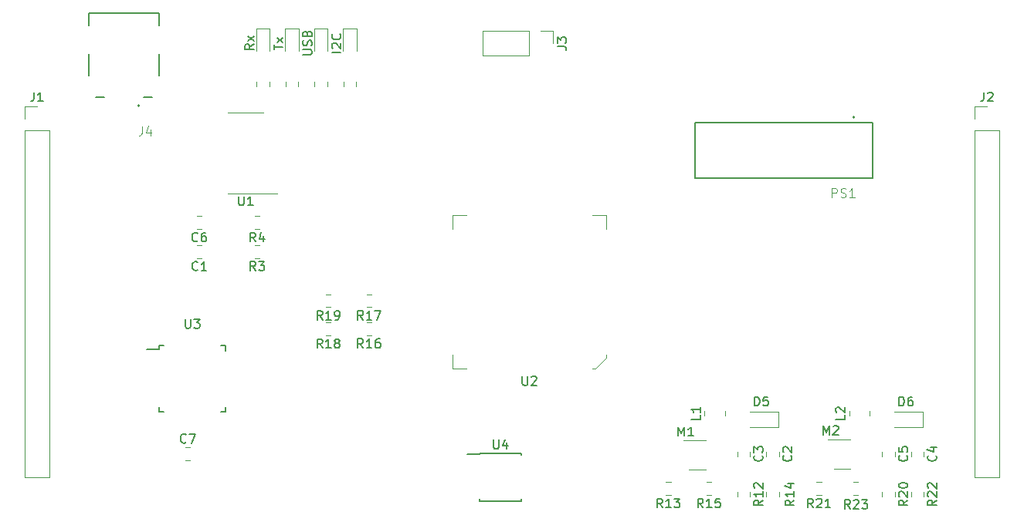
<source format=gbr>
%TF.GenerationSoftware,KiCad,Pcbnew,(5.1.7-0-10_14)*%
%TF.CreationDate,2021-01-27T15:42:45+08:00*%
%TF.ProjectId,BreadControl,42726561-6443-46f6-9e74-726f6c2e6b69,rev?*%
%TF.SameCoordinates,Original*%
%TF.FileFunction,Legend,Top*%
%TF.FilePolarity,Positive*%
%FSLAX46Y46*%
G04 Gerber Fmt 4.6, Leading zero omitted, Abs format (unit mm)*
G04 Created by KiCad (PCBNEW (5.1.7-0-10_14)) date 2021-01-27 15:42:45*
%MOMM*%
%LPD*%
G01*
G04 APERTURE LIST*
%ADD10C,0.200000*%
%ADD11C,0.127000*%
%ADD12C,0.150000*%
%ADD13C,0.120000*%
%ADD14C,0.015000*%
G04 APERTURE END LIST*
D10*
%TO.C,J4*%
X49325000Y-37320000D02*
G75*
G03*
X49325000Y-37320000I-100000J0D01*
G01*
D11*
X43775000Y-27170000D02*
X51475000Y-27170000D01*
X43775000Y-28550000D02*
X43775000Y-27170000D01*
X43775000Y-34000000D02*
X43775000Y-31690000D01*
X45455000Y-36370000D02*
X44495000Y-36370000D01*
X50755000Y-36370000D02*
X49795000Y-36370000D01*
X51475000Y-31690000D02*
X51475000Y-34000000D01*
X51475000Y-27170000D02*
X51475000Y-28550000D01*
D12*
%TO.C,U4*%
X86575000Y-75605000D02*
X85225000Y-75605000D01*
X86575000Y-80730000D02*
X91225000Y-80730000D01*
X86575000Y-75480000D02*
X91225000Y-75480000D01*
X86575000Y-80730000D02*
X86575000Y-80505000D01*
X91225000Y-80730000D02*
X91225000Y-80505000D01*
X91225000Y-75480000D02*
X91225000Y-75705000D01*
X86575000Y-75480000D02*
X86575000Y-75605000D01*
%TO.C,U3*%
X51493000Y-64110000D02*
X50118000Y-64110000D01*
X58743000Y-63685000D02*
X58218000Y-63685000D01*
X58743000Y-70935000D02*
X58218000Y-70935000D01*
X51493000Y-70935000D02*
X52018000Y-70935000D01*
X51493000Y-63685000D02*
X52018000Y-63685000D01*
X51493000Y-70935000D02*
X51493000Y-70410000D01*
X58743000Y-70935000D02*
X58743000Y-70410000D01*
X58743000Y-63685000D02*
X58743000Y-64210000D01*
X51493000Y-63685000D02*
X51493000Y-64110000D01*
D13*
%TO.C,U2*%
X100478100Y-65012882D02*
X100478100Y-64695000D01*
X99302882Y-66188100D02*
X100478100Y-65012882D01*
X98985000Y-66188100D02*
X99302882Y-66188100D01*
X83671900Y-49381900D02*
X83671900Y-50875000D01*
X85165000Y-49381900D02*
X83671900Y-49381900D01*
X100478100Y-49381900D02*
X100478100Y-50875000D01*
X98985000Y-49381900D02*
X100478100Y-49381900D01*
X83671900Y-66188100D02*
X83671900Y-64695000D01*
X85165000Y-66188100D02*
X83671900Y-66188100D01*
%TO.C,U1*%
X60960000Y-46980000D02*
X64410000Y-46980000D01*
X60960000Y-46980000D02*
X59010000Y-46980000D01*
X60960000Y-38110000D02*
X62910000Y-38110000D01*
X60960000Y-38110000D02*
X59010000Y-38110000D01*
%TO.C,R23*%
X127618748Y-80085000D02*
X128141252Y-80085000D01*
X127618748Y-78665000D02*
X128141252Y-78665000D01*
%TO.C,R22*%
X135330000Y-80271252D02*
X135330000Y-79748748D01*
X133910000Y-80271252D02*
X133910000Y-79748748D01*
%TO.C,R21*%
X123563748Y-80085000D02*
X124086252Y-80085000D01*
X123563748Y-78665000D02*
X124086252Y-78665000D01*
%TO.C,R20*%
X130735000Y-79748748D02*
X130735000Y-80271252D01*
X132155000Y-79748748D02*
X132155000Y-80271252D01*
%TO.C,R19*%
X70291051Y-58030439D02*
X69768547Y-58030439D01*
X70291051Y-59450439D02*
X69768547Y-59450439D01*
%TO.C,R18*%
X70289052Y-61126300D02*
X69766548Y-61126300D01*
X70289052Y-62546300D02*
X69766548Y-62546300D01*
%TO.C,R17*%
X74746752Y-58027500D02*
X74224248Y-58027500D01*
X74746752Y-59447500D02*
X74224248Y-59447500D01*
%TO.C,R16*%
X74746752Y-61113600D02*
X74224248Y-61113600D01*
X74746752Y-62533600D02*
X74224248Y-62533600D01*
%TO.C,R15*%
X111498748Y-80085000D02*
X112021252Y-80085000D01*
X111498748Y-78665000D02*
X112021252Y-78665000D01*
%TO.C,R14*%
X119455000Y-80271252D02*
X119455000Y-79748748D01*
X118035000Y-80271252D02*
X118035000Y-79748748D01*
%TO.C,R13*%
X107053748Y-80085000D02*
X107576252Y-80085000D01*
X107053748Y-78665000D02*
X107576252Y-78665000D01*
%TO.C,R12*%
X114860000Y-79748748D02*
X114860000Y-80271252D01*
X116280000Y-79748748D02*
X116280000Y-80271252D01*
%TO.C,R11*%
X73100000Y-35186252D02*
X73100000Y-34663748D01*
X71680000Y-35186252D02*
X71680000Y-34663748D01*
%TO.C,C7*%
X54348748Y-76275000D02*
X54871252Y-76275000D01*
X54348748Y-74855000D02*
X54871252Y-74855000D01*
%TO.C,C6*%
X56141252Y-49455000D02*
X55618748Y-49455000D01*
X56141252Y-50875000D02*
X55618748Y-50875000D01*
%TO.C,R5*%
X69925000Y-35186252D02*
X69925000Y-34663748D01*
X68505000Y-35186252D02*
X68505000Y-34663748D01*
%TO.C,R4*%
X62491252Y-49455000D02*
X61968748Y-49455000D01*
X62491252Y-50875000D02*
X61968748Y-50875000D01*
%TO.C,R3*%
X62491252Y-52630000D02*
X61968748Y-52630000D01*
X62491252Y-54050000D02*
X61968748Y-54050000D01*
%TO.C,R2*%
X66750000Y-35186252D02*
X66750000Y-34663748D01*
X65330000Y-35186252D02*
X65330000Y-34663748D01*
%TO.C,R1*%
X63575000Y-35186252D02*
X63575000Y-34663748D01*
X62155000Y-35186252D02*
X62155000Y-34663748D01*
D11*
%TO.C,PS1*%
X110235000Y-45290000D02*
X129735000Y-45290000D01*
X110235000Y-39190000D02*
X110235000Y-45290000D01*
X129735000Y-39190000D02*
X110235000Y-39190000D01*
X129735000Y-45290000D02*
X129735000Y-39190000D01*
D10*
X127735000Y-38615000D02*
G75*
G03*
X127735000Y-38615000I-100000J0D01*
G01*
D13*
%TO.C,M2*%
X127265000Y-73955000D02*
X124815000Y-73955000D01*
X125465000Y-77175000D02*
X127265000Y-77175000D01*
%TO.C,M1*%
X111390000Y-74082000D02*
X108940000Y-74082000D01*
X109590000Y-77302000D02*
X111390000Y-77302000D01*
%TO.C,L2*%
X129380000Y-71381252D02*
X129380000Y-70858748D01*
X127160000Y-71381252D02*
X127160000Y-70858748D01*
%TO.C,L1*%
X113505000Y-71381252D02*
X113505000Y-70858748D01*
X111285000Y-71381252D02*
X111285000Y-70858748D01*
%TO.C,J3*%
X94675000Y-29150000D02*
X94675000Y-30480000D01*
X93345000Y-29150000D02*
X94675000Y-29150000D01*
X92075000Y-29150000D02*
X92075000Y-31810000D01*
X92075000Y-31810000D02*
X86935000Y-31810000D01*
X92075000Y-29150000D02*
X86935000Y-29150000D01*
X86935000Y-29150000D02*
X86935000Y-31810000D01*
%TO.C,J2*%
X140910000Y-37405000D02*
X142240000Y-37405000D01*
X140910000Y-38735000D02*
X140910000Y-37405000D01*
X140910000Y-40005000D02*
X143570000Y-40005000D01*
X143570000Y-40005000D02*
X143570000Y-78165000D01*
X140910000Y-40005000D02*
X140910000Y-78165000D01*
X140910000Y-78165000D02*
X143570000Y-78165000D01*
%TO.C,J1*%
X36770000Y-37405000D02*
X38100000Y-37405000D01*
X36770000Y-38735000D02*
X36770000Y-37405000D01*
X36770000Y-40005000D02*
X39430000Y-40005000D01*
X39430000Y-40005000D02*
X39430000Y-78165000D01*
X36770000Y-40005000D02*
X36770000Y-78165000D01*
X36770000Y-78165000D02*
X39430000Y-78165000D01*
%TO.C,D6*%
X135250000Y-72605000D02*
X132100000Y-72605000D01*
X135250000Y-70905000D02*
X132100000Y-70905000D01*
X135250000Y-72605000D02*
X135250000Y-70905000D01*
%TO.C,D5*%
X119375000Y-72605000D02*
X116225000Y-72605000D01*
X119375000Y-70905000D02*
X116225000Y-70905000D01*
X119375000Y-72605000D02*
X119375000Y-70905000D01*
%TO.C,D4*%
X71655000Y-28820000D02*
X71655000Y-31280000D01*
X73125000Y-28820000D02*
X71655000Y-28820000D01*
X73125000Y-31280000D02*
X73125000Y-28820000D01*
%TO.C,D3*%
X68480000Y-28820000D02*
X68480000Y-31280000D01*
X69950000Y-28820000D02*
X68480000Y-28820000D01*
X69950000Y-31280000D02*
X69950000Y-28820000D01*
%TO.C,D2*%
X65305000Y-28820000D02*
X65305000Y-31280000D01*
X66775000Y-28820000D02*
X65305000Y-28820000D01*
X66775000Y-31280000D02*
X66775000Y-28820000D01*
%TO.C,D1*%
X62130000Y-28820000D02*
X62130000Y-31280000D01*
X63600000Y-28820000D02*
X62130000Y-28820000D01*
X63600000Y-31280000D02*
X63600000Y-28820000D01*
%TO.C,C5*%
X130735000Y-75303748D02*
X130735000Y-75826252D01*
X132155000Y-75303748D02*
X132155000Y-75826252D01*
%TO.C,C4*%
X133910000Y-75303748D02*
X133910000Y-75826252D01*
X135330000Y-75303748D02*
X135330000Y-75826252D01*
%TO.C,C3*%
X114860000Y-75303748D02*
X114860000Y-75826252D01*
X116280000Y-75303748D02*
X116280000Y-75826252D01*
%TO.C,C2*%
X118035000Y-75303748D02*
X118035000Y-75826252D01*
X119455000Y-75303748D02*
X119455000Y-75826252D01*
%TO.C,C1*%
X56141252Y-52630000D02*
X55618748Y-52630000D01*
X56141252Y-54050000D02*
X55618748Y-54050000D01*
%TO.C,J4*%
D14*
X49616666Y-39607380D02*
X49616666Y-40321666D01*
X49569047Y-40464523D01*
X49473809Y-40559761D01*
X49330952Y-40607380D01*
X49235714Y-40607380D01*
X50521428Y-39940714D02*
X50521428Y-40607380D01*
X50283333Y-39559761D02*
X50045238Y-40274047D01*
X50664285Y-40274047D01*
%TO.C,U4*%
D12*
X88138095Y-74007380D02*
X88138095Y-74816904D01*
X88185714Y-74912142D01*
X88233333Y-74959761D01*
X88328571Y-75007380D01*
X88519047Y-75007380D01*
X88614285Y-74959761D01*
X88661904Y-74912142D01*
X88709523Y-74816904D01*
X88709523Y-74007380D01*
X89614285Y-74340714D02*
X89614285Y-75007380D01*
X89376190Y-73959761D02*
X89138095Y-74674047D01*
X89757142Y-74674047D01*
%TO.C,U3*%
X54356095Y-60762380D02*
X54356095Y-61571904D01*
X54403714Y-61667142D01*
X54451333Y-61714761D01*
X54546571Y-61762380D01*
X54737047Y-61762380D01*
X54832285Y-61714761D01*
X54879904Y-61667142D01*
X54927523Y-61571904D01*
X54927523Y-60762380D01*
X55308476Y-60762380D02*
X55927523Y-60762380D01*
X55594190Y-61143333D01*
X55737047Y-61143333D01*
X55832285Y-61190952D01*
X55879904Y-61238571D01*
X55927523Y-61333809D01*
X55927523Y-61571904D01*
X55879904Y-61667142D01*
X55832285Y-61714761D01*
X55737047Y-61762380D01*
X55451333Y-61762380D01*
X55356095Y-61714761D01*
X55308476Y-61667142D01*
%TO.C,U2*%
X91313095Y-67037380D02*
X91313095Y-67846904D01*
X91360714Y-67942142D01*
X91408333Y-67989761D01*
X91503571Y-68037380D01*
X91694047Y-68037380D01*
X91789285Y-67989761D01*
X91836904Y-67942142D01*
X91884523Y-67846904D01*
X91884523Y-67037380D01*
X92313095Y-67132619D02*
X92360714Y-67085000D01*
X92455952Y-67037380D01*
X92694047Y-67037380D01*
X92789285Y-67085000D01*
X92836904Y-67132619D01*
X92884523Y-67227857D01*
X92884523Y-67323095D01*
X92836904Y-67465952D01*
X92265476Y-68037380D01*
X92884523Y-68037380D01*
%TO.C,U1*%
X60198095Y-47277380D02*
X60198095Y-48086904D01*
X60245714Y-48182142D01*
X60293333Y-48229761D01*
X60388571Y-48277380D01*
X60579047Y-48277380D01*
X60674285Y-48229761D01*
X60721904Y-48182142D01*
X60769523Y-48086904D01*
X60769523Y-47277380D01*
X61769523Y-48277380D02*
X61198095Y-48277380D01*
X61483809Y-48277380D02*
X61483809Y-47277380D01*
X61388571Y-47420238D01*
X61293333Y-47515476D01*
X61198095Y-47563095D01*
%TO.C,R23*%
X127237142Y-81605380D02*
X126903809Y-81129190D01*
X126665714Y-81605380D02*
X126665714Y-80605380D01*
X127046666Y-80605380D01*
X127141904Y-80653000D01*
X127189523Y-80700619D01*
X127237142Y-80795857D01*
X127237142Y-80938714D01*
X127189523Y-81033952D01*
X127141904Y-81081571D01*
X127046666Y-81129190D01*
X126665714Y-81129190D01*
X127618095Y-80700619D02*
X127665714Y-80653000D01*
X127760952Y-80605380D01*
X127999047Y-80605380D01*
X128094285Y-80653000D01*
X128141904Y-80700619D01*
X128189523Y-80795857D01*
X128189523Y-80891095D01*
X128141904Y-81033952D01*
X127570476Y-81605380D01*
X128189523Y-81605380D01*
X128522857Y-80605380D02*
X129141904Y-80605380D01*
X128808571Y-80986333D01*
X128951428Y-80986333D01*
X129046666Y-81033952D01*
X129094285Y-81081571D01*
X129141904Y-81176809D01*
X129141904Y-81414904D01*
X129094285Y-81510142D01*
X129046666Y-81557761D01*
X128951428Y-81605380D01*
X128665714Y-81605380D01*
X128570476Y-81557761D01*
X128522857Y-81510142D01*
%TO.C,R22*%
X136723380Y-80652857D02*
X136247190Y-80986190D01*
X136723380Y-81224285D02*
X135723380Y-81224285D01*
X135723380Y-80843333D01*
X135771000Y-80748095D01*
X135818619Y-80700476D01*
X135913857Y-80652857D01*
X136056714Y-80652857D01*
X136151952Y-80700476D01*
X136199571Y-80748095D01*
X136247190Y-80843333D01*
X136247190Y-81224285D01*
X135818619Y-80271904D02*
X135771000Y-80224285D01*
X135723380Y-80129047D01*
X135723380Y-79890952D01*
X135771000Y-79795714D01*
X135818619Y-79748095D01*
X135913857Y-79700476D01*
X136009095Y-79700476D01*
X136151952Y-79748095D01*
X136723380Y-80319523D01*
X136723380Y-79700476D01*
X135818619Y-79319523D02*
X135771000Y-79271904D01*
X135723380Y-79176666D01*
X135723380Y-78938571D01*
X135771000Y-78843333D01*
X135818619Y-78795714D01*
X135913857Y-78748095D01*
X136009095Y-78748095D01*
X136151952Y-78795714D01*
X136723380Y-79367142D01*
X136723380Y-78748095D01*
%TO.C,R21*%
X123182142Y-81478380D02*
X122848809Y-81002190D01*
X122610714Y-81478380D02*
X122610714Y-80478380D01*
X122991666Y-80478380D01*
X123086904Y-80526000D01*
X123134523Y-80573619D01*
X123182142Y-80668857D01*
X123182142Y-80811714D01*
X123134523Y-80906952D01*
X123086904Y-80954571D01*
X122991666Y-81002190D01*
X122610714Y-81002190D01*
X123563095Y-80573619D02*
X123610714Y-80526000D01*
X123705952Y-80478380D01*
X123944047Y-80478380D01*
X124039285Y-80526000D01*
X124086904Y-80573619D01*
X124134523Y-80668857D01*
X124134523Y-80764095D01*
X124086904Y-80906952D01*
X123515476Y-81478380D01*
X124134523Y-81478380D01*
X125086904Y-81478380D02*
X124515476Y-81478380D01*
X124801190Y-81478380D02*
X124801190Y-80478380D01*
X124705952Y-80621238D01*
X124610714Y-80716476D01*
X124515476Y-80764095D01*
%TO.C,R20*%
X133547380Y-80652857D02*
X133071190Y-80986190D01*
X133547380Y-81224285D02*
X132547380Y-81224285D01*
X132547380Y-80843333D01*
X132595000Y-80748095D01*
X132642619Y-80700476D01*
X132737857Y-80652857D01*
X132880714Y-80652857D01*
X132975952Y-80700476D01*
X133023571Y-80748095D01*
X133071190Y-80843333D01*
X133071190Y-81224285D01*
X132642619Y-80271904D02*
X132595000Y-80224285D01*
X132547380Y-80129047D01*
X132547380Y-79890952D01*
X132595000Y-79795714D01*
X132642619Y-79748095D01*
X132737857Y-79700476D01*
X132833095Y-79700476D01*
X132975952Y-79748095D01*
X133547380Y-80319523D01*
X133547380Y-79700476D01*
X132547380Y-79081428D02*
X132547380Y-78986190D01*
X132595000Y-78890952D01*
X132642619Y-78843333D01*
X132737857Y-78795714D01*
X132928333Y-78748095D01*
X133166428Y-78748095D01*
X133356904Y-78795714D01*
X133452142Y-78843333D01*
X133499761Y-78890952D01*
X133547380Y-78986190D01*
X133547380Y-79081428D01*
X133499761Y-79176666D01*
X133452142Y-79224285D01*
X133356904Y-79271904D01*
X133166428Y-79319523D01*
X132928333Y-79319523D01*
X132737857Y-79271904D01*
X132642619Y-79224285D01*
X132595000Y-79176666D01*
X132547380Y-79081428D01*
%TO.C,R19*%
X69386941Y-60842819D02*
X69053608Y-60366629D01*
X68815513Y-60842819D02*
X68815513Y-59842819D01*
X69196465Y-59842819D01*
X69291703Y-59890439D01*
X69339322Y-59938058D01*
X69386941Y-60033296D01*
X69386941Y-60176153D01*
X69339322Y-60271391D01*
X69291703Y-60319010D01*
X69196465Y-60366629D01*
X68815513Y-60366629D01*
X70339322Y-60842819D02*
X69767894Y-60842819D01*
X70053608Y-60842819D02*
X70053608Y-59842819D01*
X69958370Y-59985677D01*
X69863132Y-60080915D01*
X69767894Y-60128534D01*
X70815513Y-60842819D02*
X71005989Y-60842819D01*
X71101227Y-60795200D01*
X71148846Y-60747581D01*
X71244084Y-60604724D01*
X71291703Y-60414248D01*
X71291703Y-60033296D01*
X71244084Y-59938058D01*
X71196465Y-59890439D01*
X71101227Y-59842819D01*
X70910751Y-59842819D01*
X70815513Y-59890439D01*
X70767894Y-59938058D01*
X70720275Y-60033296D01*
X70720275Y-60271391D01*
X70767894Y-60366629D01*
X70815513Y-60414248D01*
X70910751Y-60461867D01*
X71101227Y-60461867D01*
X71196465Y-60414248D01*
X71244084Y-60366629D01*
X71291703Y-60271391D01*
%TO.C,R18*%
X69384942Y-63938680D02*
X69051609Y-63462490D01*
X68813514Y-63938680D02*
X68813514Y-62938680D01*
X69194466Y-62938680D01*
X69289704Y-62986300D01*
X69337323Y-63033919D01*
X69384942Y-63129157D01*
X69384942Y-63272014D01*
X69337323Y-63367252D01*
X69289704Y-63414871D01*
X69194466Y-63462490D01*
X68813514Y-63462490D01*
X70337323Y-63938680D02*
X69765895Y-63938680D01*
X70051609Y-63938680D02*
X70051609Y-62938680D01*
X69956371Y-63081538D01*
X69861133Y-63176776D01*
X69765895Y-63224395D01*
X70908752Y-63367252D02*
X70813514Y-63319633D01*
X70765895Y-63272014D01*
X70718276Y-63176776D01*
X70718276Y-63129157D01*
X70765895Y-63033919D01*
X70813514Y-62986300D01*
X70908752Y-62938680D01*
X71099228Y-62938680D01*
X71194466Y-62986300D01*
X71242085Y-63033919D01*
X71289704Y-63129157D01*
X71289704Y-63176776D01*
X71242085Y-63272014D01*
X71194466Y-63319633D01*
X71099228Y-63367252D01*
X70908752Y-63367252D01*
X70813514Y-63414871D01*
X70765895Y-63462490D01*
X70718276Y-63557728D01*
X70718276Y-63748204D01*
X70765895Y-63843442D01*
X70813514Y-63891061D01*
X70908752Y-63938680D01*
X71099228Y-63938680D01*
X71194466Y-63891061D01*
X71242085Y-63843442D01*
X71289704Y-63748204D01*
X71289704Y-63557728D01*
X71242085Y-63462490D01*
X71194466Y-63414871D01*
X71099228Y-63367252D01*
%TO.C,R17*%
X73842642Y-60839880D02*
X73509309Y-60363690D01*
X73271214Y-60839880D02*
X73271214Y-59839880D01*
X73652166Y-59839880D01*
X73747404Y-59887500D01*
X73795023Y-59935119D01*
X73842642Y-60030357D01*
X73842642Y-60173214D01*
X73795023Y-60268452D01*
X73747404Y-60316071D01*
X73652166Y-60363690D01*
X73271214Y-60363690D01*
X74795023Y-60839880D02*
X74223595Y-60839880D01*
X74509309Y-60839880D02*
X74509309Y-59839880D01*
X74414071Y-59982738D01*
X74318833Y-60077976D01*
X74223595Y-60125595D01*
X75128357Y-59839880D02*
X75795023Y-59839880D01*
X75366452Y-60839880D01*
%TO.C,R16*%
X73842642Y-63925980D02*
X73509309Y-63449790D01*
X73271214Y-63925980D02*
X73271214Y-62925980D01*
X73652166Y-62925980D01*
X73747404Y-62973600D01*
X73795023Y-63021219D01*
X73842642Y-63116457D01*
X73842642Y-63259314D01*
X73795023Y-63354552D01*
X73747404Y-63402171D01*
X73652166Y-63449790D01*
X73271214Y-63449790D01*
X74795023Y-63925980D02*
X74223595Y-63925980D01*
X74509309Y-63925980D02*
X74509309Y-62925980D01*
X74414071Y-63068838D01*
X74318833Y-63164076D01*
X74223595Y-63211695D01*
X75652166Y-62925980D02*
X75461690Y-62925980D01*
X75366452Y-62973600D01*
X75318833Y-63021219D01*
X75223595Y-63164076D01*
X75175976Y-63354552D01*
X75175976Y-63735504D01*
X75223595Y-63830742D01*
X75271214Y-63878361D01*
X75366452Y-63925980D01*
X75556928Y-63925980D01*
X75652166Y-63878361D01*
X75699785Y-63830742D01*
X75747404Y-63735504D01*
X75747404Y-63497409D01*
X75699785Y-63402171D01*
X75652166Y-63354552D01*
X75556928Y-63306933D01*
X75366452Y-63306933D01*
X75271214Y-63354552D01*
X75223595Y-63402171D01*
X75175976Y-63497409D01*
%TO.C,R15*%
X111117142Y-81478380D02*
X110783809Y-81002190D01*
X110545714Y-81478380D02*
X110545714Y-80478380D01*
X110926666Y-80478380D01*
X111021904Y-80526000D01*
X111069523Y-80573619D01*
X111117142Y-80668857D01*
X111117142Y-80811714D01*
X111069523Y-80906952D01*
X111021904Y-80954571D01*
X110926666Y-81002190D01*
X110545714Y-81002190D01*
X112069523Y-81478380D02*
X111498095Y-81478380D01*
X111783809Y-81478380D02*
X111783809Y-80478380D01*
X111688571Y-80621238D01*
X111593333Y-80716476D01*
X111498095Y-80764095D01*
X112974285Y-80478380D02*
X112498095Y-80478380D01*
X112450476Y-80954571D01*
X112498095Y-80906952D01*
X112593333Y-80859333D01*
X112831428Y-80859333D01*
X112926666Y-80906952D01*
X112974285Y-80954571D01*
X113021904Y-81049809D01*
X113021904Y-81287904D01*
X112974285Y-81383142D01*
X112926666Y-81430761D01*
X112831428Y-81478380D01*
X112593333Y-81478380D01*
X112498095Y-81430761D01*
X112450476Y-81383142D01*
%TO.C,R14*%
X121102380Y-80652857D02*
X120626190Y-80986190D01*
X121102380Y-81224285D02*
X120102380Y-81224285D01*
X120102380Y-80843333D01*
X120150000Y-80748095D01*
X120197619Y-80700476D01*
X120292857Y-80652857D01*
X120435714Y-80652857D01*
X120530952Y-80700476D01*
X120578571Y-80748095D01*
X120626190Y-80843333D01*
X120626190Y-81224285D01*
X121102380Y-79700476D02*
X121102380Y-80271904D01*
X121102380Y-79986190D02*
X120102380Y-79986190D01*
X120245238Y-80081428D01*
X120340476Y-80176666D01*
X120388095Y-80271904D01*
X120435714Y-78843333D02*
X121102380Y-78843333D01*
X120054761Y-79081428D02*
X120769047Y-79319523D01*
X120769047Y-78700476D01*
%TO.C,R13*%
X106672142Y-81478380D02*
X106338809Y-81002190D01*
X106100714Y-81478380D02*
X106100714Y-80478380D01*
X106481666Y-80478380D01*
X106576904Y-80526000D01*
X106624523Y-80573619D01*
X106672142Y-80668857D01*
X106672142Y-80811714D01*
X106624523Y-80906952D01*
X106576904Y-80954571D01*
X106481666Y-81002190D01*
X106100714Y-81002190D01*
X107624523Y-81478380D02*
X107053095Y-81478380D01*
X107338809Y-81478380D02*
X107338809Y-80478380D01*
X107243571Y-80621238D01*
X107148333Y-80716476D01*
X107053095Y-80764095D01*
X107957857Y-80478380D02*
X108576904Y-80478380D01*
X108243571Y-80859333D01*
X108386428Y-80859333D01*
X108481666Y-80906952D01*
X108529285Y-80954571D01*
X108576904Y-81049809D01*
X108576904Y-81287904D01*
X108529285Y-81383142D01*
X108481666Y-81430761D01*
X108386428Y-81478380D01*
X108100714Y-81478380D01*
X108005476Y-81430761D01*
X107957857Y-81383142D01*
%TO.C,R12*%
X117672380Y-80652857D02*
X117196190Y-80986190D01*
X117672380Y-81224285D02*
X116672380Y-81224285D01*
X116672380Y-80843333D01*
X116720000Y-80748095D01*
X116767619Y-80700476D01*
X116862857Y-80652857D01*
X117005714Y-80652857D01*
X117100952Y-80700476D01*
X117148571Y-80748095D01*
X117196190Y-80843333D01*
X117196190Y-81224285D01*
X117672380Y-79700476D02*
X117672380Y-80271904D01*
X117672380Y-79986190D02*
X116672380Y-79986190D01*
X116815238Y-80081428D01*
X116910476Y-80176666D01*
X116958095Y-80271904D01*
X116767619Y-79319523D02*
X116720000Y-79271904D01*
X116672380Y-79176666D01*
X116672380Y-78938571D01*
X116720000Y-78843333D01*
X116767619Y-78795714D01*
X116862857Y-78748095D01*
X116958095Y-78748095D01*
X117100952Y-78795714D01*
X117672380Y-79367142D01*
X117672380Y-78748095D01*
%TO.C,C7*%
X54443333Y-74272142D02*
X54395714Y-74319761D01*
X54252857Y-74367380D01*
X54157619Y-74367380D01*
X54014761Y-74319761D01*
X53919523Y-74224523D01*
X53871904Y-74129285D01*
X53824285Y-73938809D01*
X53824285Y-73795952D01*
X53871904Y-73605476D01*
X53919523Y-73510238D01*
X54014761Y-73415000D01*
X54157619Y-73367380D01*
X54252857Y-73367380D01*
X54395714Y-73415000D01*
X54443333Y-73462619D01*
X54776666Y-73367380D02*
X55443333Y-73367380D01*
X55014761Y-74367380D01*
%TO.C,C6*%
X55713333Y-52172142D02*
X55665714Y-52219761D01*
X55522857Y-52267380D01*
X55427619Y-52267380D01*
X55284761Y-52219761D01*
X55189523Y-52124523D01*
X55141904Y-52029285D01*
X55094285Y-51838809D01*
X55094285Y-51695952D01*
X55141904Y-51505476D01*
X55189523Y-51410238D01*
X55284761Y-51315000D01*
X55427619Y-51267380D01*
X55522857Y-51267380D01*
X55665714Y-51315000D01*
X55713333Y-51362619D01*
X56570476Y-51267380D02*
X56380000Y-51267380D01*
X56284761Y-51315000D01*
X56237142Y-51362619D01*
X56141904Y-51505476D01*
X56094285Y-51695952D01*
X56094285Y-52076904D01*
X56141904Y-52172142D01*
X56189523Y-52219761D01*
X56284761Y-52267380D01*
X56475238Y-52267380D01*
X56570476Y-52219761D01*
X56618095Y-52172142D01*
X56665714Y-52076904D01*
X56665714Y-51838809D01*
X56618095Y-51743571D01*
X56570476Y-51695952D01*
X56475238Y-51648333D01*
X56284761Y-51648333D01*
X56189523Y-51695952D01*
X56141904Y-51743571D01*
X56094285Y-51838809D01*
%TO.C,R4*%
X62063333Y-52267380D02*
X61730000Y-51791190D01*
X61491904Y-52267380D02*
X61491904Y-51267380D01*
X61872857Y-51267380D01*
X61968095Y-51315000D01*
X62015714Y-51362619D01*
X62063333Y-51457857D01*
X62063333Y-51600714D01*
X62015714Y-51695952D01*
X61968095Y-51743571D01*
X61872857Y-51791190D01*
X61491904Y-51791190D01*
X62920476Y-51600714D02*
X62920476Y-52267380D01*
X62682380Y-51219761D02*
X62444285Y-51934047D01*
X63063333Y-51934047D01*
%TO.C,R3*%
X62063333Y-55442380D02*
X61730000Y-54966190D01*
X61491904Y-55442380D02*
X61491904Y-54442380D01*
X61872857Y-54442380D01*
X61968095Y-54490000D01*
X62015714Y-54537619D01*
X62063333Y-54632857D01*
X62063333Y-54775714D01*
X62015714Y-54870952D01*
X61968095Y-54918571D01*
X61872857Y-54966190D01*
X61491904Y-54966190D01*
X62396666Y-54442380D02*
X63015714Y-54442380D01*
X62682380Y-54823333D01*
X62825238Y-54823333D01*
X62920476Y-54870952D01*
X62968095Y-54918571D01*
X63015714Y-55013809D01*
X63015714Y-55251904D01*
X62968095Y-55347142D01*
X62920476Y-55394761D01*
X62825238Y-55442380D01*
X62539523Y-55442380D01*
X62444285Y-55394761D01*
X62396666Y-55347142D01*
%TO.C,PS1*%
D14*
X125245714Y-47402380D02*
X125245714Y-46402380D01*
X125626666Y-46402380D01*
X125721904Y-46450000D01*
X125769523Y-46497619D01*
X125817142Y-46592857D01*
X125817142Y-46735714D01*
X125769523Y-46830952D01*
X125721904Y-46878571D01*
X125626666Y-46926190D01*
X125245714Y-46926190D01*
X126198095Y-47354761D02*
X126340952Y-47402380D01*
X126579047Y-47402380D01*
X126674285Y-47354761D01*
X126721904Y-47307142D01*
X126769523Y-47211904D01*
X126769523Y-47116666D01*
X126721904Y-47021428D01*
X126674285Y-46973809D01*
X126579047Y-46926190D01*
X126388571Y-46878571D01*
X126293333Y-46830952D01*
X126245714Y-46783333D01*
X126198095Y-46688095D01*
X126198095Y-46592857D01*
X126245714Y-46497619D01*
X126293333Y-46450000D01*
X126388571Y-46402380D01*
X126626666Y-46402380D01*
X126769523Y-46450000D01*
X127721904Y-47402380D02*
X127150476Y-47402380D01*
X127436190Y-47402380D02*
X127436190Y-46402380D01*
X127340952Y-46545238D01*
X127245714Y-46640476D01*
X127150476Y-46688095D01*
%TO.C,M2*%
D12*
X124285476Y-73477380D02*
X124285476Y-72477380D01*
X124618809Y-73191666D01*
X124952142Y-72477380D01*
X124952142Y-73477380D01*
X125380714Y-72572619D02*
X125428333Y-72525000D01*
X125523571Y-72477380D01*
X125761666Y-72477380D01*
X125856904Y-72525000D01*
X125904523Y-72572619D01*
X125952142Y-72667857D01*
X125952142Y-72763095D01*
X125904523Y-72905952D01*
X125333095Y-73477380D01*
X125952142Y-73477380D01*
%TO.C,M1*%
X108410476Y-73604380D02*
X108410476Y-72604380D01*
X108743809Y-73318666D01*
X109077142Y-72604380D01*
X109077142Y-73604380D01*
X110077142Y-73604380D02*
X109505714Y-73604380D01*
X109791428Y-73604380D02*
X109791428Y-72604380D01*
X109696190Y-72747238D01*
X109600952Y-72842476D01*
X109505714Y-72890095D01*
%TO.C,L2*%
X126672380Y-71286666D02*
X126672380Y-71762857D01*
X125672380Y-71762857D01*
X125767619Y-71000952D02*
X125720000Y-70953333D01*
X125672380Y-70858095D01*
X125672380Y-70620000D01*
X125720000Y-70524761D01*
X125767619Y-70477142D01*
X125862857Y-70429523D01*
X125958095Y-70429523D01*
X126100952Y-70477142D01*
X126672380Y-71048571D01*
X126672380Y-70429523D01*
%TO.C,L1*%
X110797380Y-71286666D02*
X110797380Y-71762857D01*
X109797380Y-71762857D01*
X110797380Y-70429523D02*
X110797380Y-71000952D01*
X110797380Y-70715238D02*
X109797380Y-70715238D01*
X109940238Y-70810476D01*
X110035476Y-70905714D01*
X110083095Y-71000952D01*
%TO.C,J3*%
X95127380Y-30813333D02*
X95841666Y-30813333D01*
X95984523Y-30860952D01*
X96079761Y-30956190D01*
X96127380Y-31099047D01*
X96127380Y-31194285D01*
X95127380Y-30432380D02*
X95127380Y-29813333D01*
X95508333Y-30146666D01*
X95508333Y-30003809D01*
X95555952Y-29908571D01*
X95603571Y-29860952D01*
X95698809Y-29813333D01*
X95936904Y-29813333D01*
X96032142Y-29860952D01*
X96079761Y-29908571D01*
X96127380Y-30003809D01*
X96127380Y-30289523D01*
X96079761Y-30384761D01*
X96032142Y-30432380D01*
%TO.C,J2*%
X141906666Y-35857380D02*
X141906666Y-36571666D01*
X141859047Y-36714523D01*
X141763809Y-36809761D01*
X141620952Y-36857380D01*
X141525714Y-36857380D01*
X142335238Y-35952619D02*
X142382857Y-35905000D01*
X142478095Y-35857380D01*
X142716190Y-35857380D01*
X142811428Y-35905000D01*
X142859047Y-35952619D01*
X142906666Y-36047857D01*
X142906666Y-36143095D01*
X142859047Y-36285952D01*
X142287619Y-36857380D01*
X142906666Y-36857380D01*
%TO.C,J1*%
X37766666Y-35857380D02*
X37766666Y-36571666D01*
X37719047Y-36714523D01*
X37623809Y-36809761D01*
X37480952Y-36857380D01*
X37385714Y-36857380D01*
X38766666Y-36857380D02*
X38195238Y-36857380D01*
X38480952Y-36857380D02*
X38480952Y-35857380D01*
X38385714Y-36000238D01*
X38290476Y-36095476D01*
X38195238Y-36143095D01*
%TO.C,D6*%
X132611904Y-70302380D02*
X132611904Y-69302380D01*
X132850000Y-69302380D01*
X132992857Y-69350000D01*
X133088095Y-69445238D01*
X133135714Y-69540476D01*
X133183333Y-69730952D01*
X133183333Y-69873809D01*
X133135714Y-70064285D01*
X133088095Y-70159523D01*
X132992857Y-70254761D01*
X132850000Y-70302380D01*
X132611904Y-70302380D01*
X134040476Y-69302380D02*
X133850000Y-69302380D01*
X133754761Y-69350000D01*
X133707142Y-69397619D01*
X133611904Y-69540476D01*
X133564285Y-69730952D01*
X133564285Y-70111904D01*
X133611904Y-70207142D01*
X133659523Y-70254761D01*
X133754761Y-70302380D01*
X133945238Y-70302380D01*
X134040476Y-70254761D01*
X134088095Y-70207142D01*
X134135714Y-70111904D01*
X134135714Y-69873809D01*
X134088095Y-69778571D01*
X134040476Y-69730952D01*
X133945238Y-69683333D01*
X133754761Y-69683333D01*
X133659523Y-69730952D01*
X133611904Y-69778571D01*
X133564285Y-69873809D01*
%TO.C,D5*%
X116736904Y-70302380D02*
X116736904Y-69302380D01*
X116975000Y-69302380D01*
X117117857Y-69350000D01*
X117213095Y-69445238D01*
X117260714Y-69540476D01*
X117308333Y-69730952D01*
X117308333Y-69873809D01*
X117260714Y-70064285D01*
X117213095Y-70159523D01*
X117117857Y-70254761D01*
X116975000Y-70302380D01*
X116736904Y-70302380D01*
X118213095Y-69302380D02*
X117736904Y-69302380D01*
X117689285Y-69778571D01*
X117736904Y-69730952D01*
X117832142Y-69683333D01*
X118070238Y-69683333D01*
X118165476Y-69730952D01*
X118213095Y-69778571D01*
X118260714Y-69873809D01*
X118260714Y-70111904D01*
X118213095Y-70207142D01*
X118165476Y-70254761D01*
X118070238Y-70302380D01*
X117832142Y-70302380D01*
X117736904Y-70254761D01*
X117689285Y-70207142D01*
%TO.C,D4*%
X71412380Y-31456190D02*
X70412380Y-31456190D01*
X70507619Y-31027619D02*
X70460000Y-30980000D01*
X70412380Y-30884761D01*
X70412380Y-30646666D01*
X70460000Y-30551428D01*
X70507619Y-30503809D01*
X70602857Y-30456190D01*
X70698095Y-30456190D01*
X70840952Y-30503809D01*
X71412380Y-31075238D01*
X71412380Y-30456190D01*
X71317142Y-29456190D02*
X71364761Y-29503809D01*
X71412380Y-29646666D01*
X71412380Y-29741904D01*
X71364761Y-29884761D01*
X71269523Y-29980000D01*
X71174285Y-30027619D01*
X70983809Y-30075238D01*
X70840952Y-30075238D01*
X70650476Y-30027619D01*
X70555238Y-29980000D01*
X70460000Y-29884761D01*
X70412380Y-29741904D01*
X70412380Y-29646666D01*
X70460000Y-29503809D01*
X70507619Y-29456190D01*
%TO.C,D3*%
X67237380Y-31741904D02*
X68046904Y-31741904D01*
X68142142Y-31694285D01*
X68189761Y-31646666D01*
X68237380Y-31551428D01*
X68237380Y-31360952D01*
X68189761Y-31265714D01*
X68142142Y-31218095D01*
X68046904Y-31170476D01*
X67237380Y-31170476D01*
X68189761Y-30741904D02*
X68237380Y-30599047D01*
X68237380Y-30360952D01*
X68189761Y-30265714D01*
X68142142Y-30218095D01*
X68046904Y-30170476D01*
X67951666Y-30170476D01*
X67856428Y-30218095D01*
X67808809Y-30265714D01*
X67761190Y-30360952D01*
X67713571Y-30551428D01*
X67665952Y-30646666D01*
X67618333Y-30694285D01*
X67523095Y-30741904D01*
X67427857Y-30741904D01*
X67332619Y-30694285D01*
X67285000Y-30646666D01*
X67237380Y-30551428D01*
X67237380Y-30313333D01*
X67285000Y-30170476D01*
X67713571Y-29408571D02*
X67761190Y-29265714D01*
X67808809Y-29218095D01*
X67904047Y-29170476D01*
X68046904Y-29170476D01*
X68142142Y-29218095D01*
X68189761Y-29265714D01*
X68237380Y-29360952D01*
X68237380Y-29741904D01*
X67237380Y-29741904D01*
X67237380Y-29408571D01*
X67285000Y-29313333D01*
X67332619Y-29265714D01*
X67427857Y-29218095D01*
X67523095Y-29218095D01*
X67618333Y-29265714D01*
X67665952Y-29313333D01*
X67713571Y-29408571D01*
X67713571Y-29741904D01*
%TO.C,D2*%
X64062380Y-31170476D02*
X64062380Y-30599047D01*
X65062380Y-30884761D02*
X64062380Y-30884761D01*
X65062380Y-30360952D02*
X64395714Y-29837142D01*
X64395714Y-30360952D02*
X65062380Y-29837142D01*
%TO.C,D1*%
X61887380Y-30575238D02*
X61411190Y-30908571D01*
X61887380Y-31146666D02*
X60887380Y-31146666D01*
X60887380Y-30765714D01*
X60935000Y-30670476D01*
X60982619Y-30622857D01*
X61077857Y-30575238D01*
X61220714Y-30575238D01*
X61315952Y-30622857D01*
X61363571Y-30670476D01*
X61411190Y-30765714D01*
X61411190Y-31146666D01*
X61887380Y-30241904D02*
X61220714Y-29718095D01*
X61220714Y-30241904D02*
X61887380Y-29718095D01*
%TO.C,C5*%
X133452142Y-75731666D02*
X133499761Y-75779285D01*
X133547380Y-75922142D01*
X133547380Y-76017380D01*
X133499761Y-76160238D01*
X133404523Y-76255476D01*
X133309285Y-76303095D01*
X133118809Y-76350714D01*
X132975952Y-76350714D01*
X132785476Y-76303095D01*
X132690238Y-76255476D01*
X132595000Y-76160238D01*
X132547380Y-76017380D01*
X132547380Y-75922142D01*
X132595000Y-75779285D01*
X132642619Y-75731666D01*
X132547380Y-74826904D02*
X132547380Y-75303095D01*
X133023571Y-75350714D01*
X132975952Y-75303095D01*
X132928333Y-75207857D01*
X132928333Y-74969761D01*
X132975952Y-74874523D01*
X133023571Y-74826904D01*
X133118809Y-74779285D01*
X133356904Y-74779285D01*
X133452142Y-74826904D01*
X133499761Y-74874523D01*
X133547380Y-74969761D01*
X133547380Y-75207857D01*
X133499761Y-75303095D01*
X133452142Y-75350714D01*
%TO.C,C4*%
X136627142Y-75731666D02*
X136674761Y-75779285D01*
X136722380Y-75922142D01*
X136722380Y-76017380D01*
X136674761Y-76160238D01*
X136579523Y-76255476D01*
X136484285Y-76303095D01*
X136293809Y-76350714D01*
X136150952Y-76350714D01*
X135960476Y-76303095D01*
X135865238Y-76255476D01*
X135770000Y-76160238D01*
X135722380Y-76017380D01*
X135722380Y-75922142D01*
X135770000Y-75779285D01*
X135817619Y-75731666D01*
X136055714Y-74874523D02*
X136722380Y-74874523D01*
X135674761Y-75112619D02*
X136389047Y-75350714D01*
X136389047Y-74731666D01*
%TO.C,C3*%
X117577142Y-75731666D02*
X117624761Y-75779285D01*
X117672380Y-75922142D01*
X117672380Y-76017380D01*
X117624761Y-76160238D01*
X117529523Y-76255476D01*
X117434285Y-76303095D01*
X117243809Y-76350714D01*
X117100952Y-76350714D01*
X116910476Y-76303095D01*
X116815238Y-76255476D01*
X116720000Y-76160238D01*
X116672380Y-76017380D01*
X116672380Y-75922142D01*
X116720000Y-75779285D01*
X116767619Y-75731666D01*
X116672380Y-75398333D02*
X116672380Y-74779285D01*
X117053333Y-75112619D01*
X117053333Y-74969761D01*
X117100952Y-74874523D01*
X117148571Y-74826904D01*
X117243809Y-74779285D01*
X117481904Y-74779285D01*
X117577142Y-74826904D01*
X117624761Y-74874523D01*
X117672380Y-74969761D01*
X117672380Y-75255476D01*
X117624761Y-75350714D01*
X117577142Y-75398333D01*
%TO.C,C2*%
X120752142Y-75731666D02*
X120799761Y-75779285D01*
X120847380Y-75922142D01*
X120847380Y-76017380D01*
X120799761Y-76160238D01*
X120704523Y-76255476D01*
X120609285Y-76303095D01*
X120418809Y-76350714D01*
X120275952Y-76350714D01*
X120085476Y-76303095D01*
X119990238Y-76255476D01*
X119895000Y-76160238D01*
X119847380Y-76017380D01*
X119847380Y-75922142D01*
X119895000Y-75779285D01*
X119942619Y-75731666D01*
X119942619Y-75350714D02*
X119895000Y-75303095D01*
X119847380Y-75207857D01*
X119847380Y-74969761D01*
X119895000Y-74874523D01*
X119942619Y-74826904D01*
X120037857Y-74779285D01*
X120133095Y-74779285D01*
X120275952Y-74826904D01*
X120847380Y-75398333D01*
X120847380Y-74779285D01*
%TO.C,C1*%
X55713333Y-55347142D02*
X55665714Y-55394761D01*
X55522857Y-55442380D01*
X55427619Y-55442380D01*
X55284761Y-55394761D01*
X55189523Y-55299523D01*
X55141904Y-55204285D01*
X55094285Y-55013809D01*
X55094285Y-54870952D01*
X55141904Y-54680476D01*
X55189523Y-54585238D01*
X55284761Y-54490000D01*
X55427619Y-54442380D01*
X55522857Y-54442380D01*
X55665714Y-54490000D01*
X55713333Y-54537619D01*
X56665714Y-55442380D02*
X56094285Y-55442380D01*
X56380000Y-55442380D02*
X56380000Y-54442380D01*
X56284761Y-54585238D01*
X56189523Y-54680476D01*
X56094285Y-54728095D01*
%TD*%
M02*

</source>
